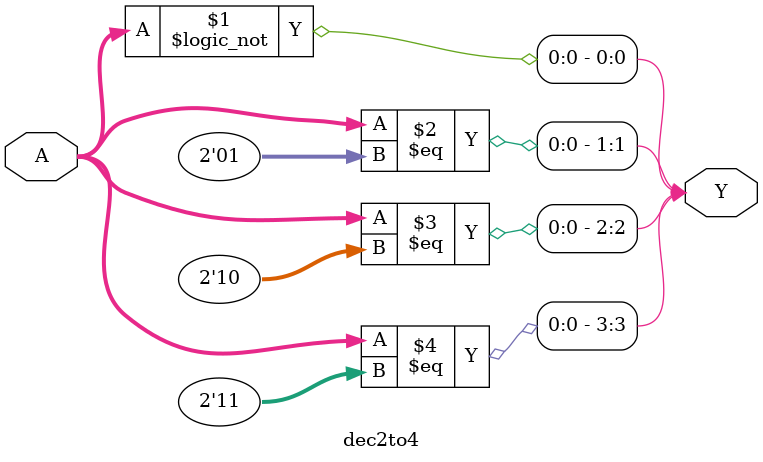
<source format=v>
module dec2to4(A,Y);
    input wire [1:0] A; // declaration section
    output wire [3:0] Y;
    // description section
    assign Y[0] = ((A) == (2'b00));
    assign Y[1] = ((A) == (2'b01));
    assign Y[2] = ((A) == (2'b10));
    assign Y[3] = ((A) == (2'b11));
endmodule

</source>
